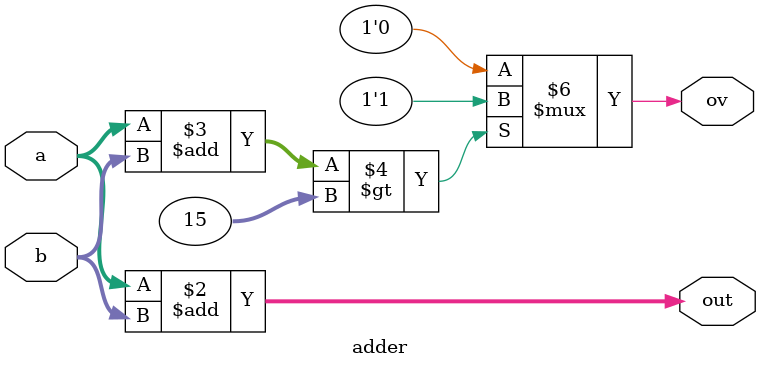
<source format=v>
`timescale 1ns/1ns

module adder(a,b,ov,out);
input [3:0] a,b;
output reg [3:0] out;
output reg ov;

always @(*) begin
	out = a + b;
	if(a + b > 15) ov = 1;
	else ov = 0;
end

endmodule
</source>
